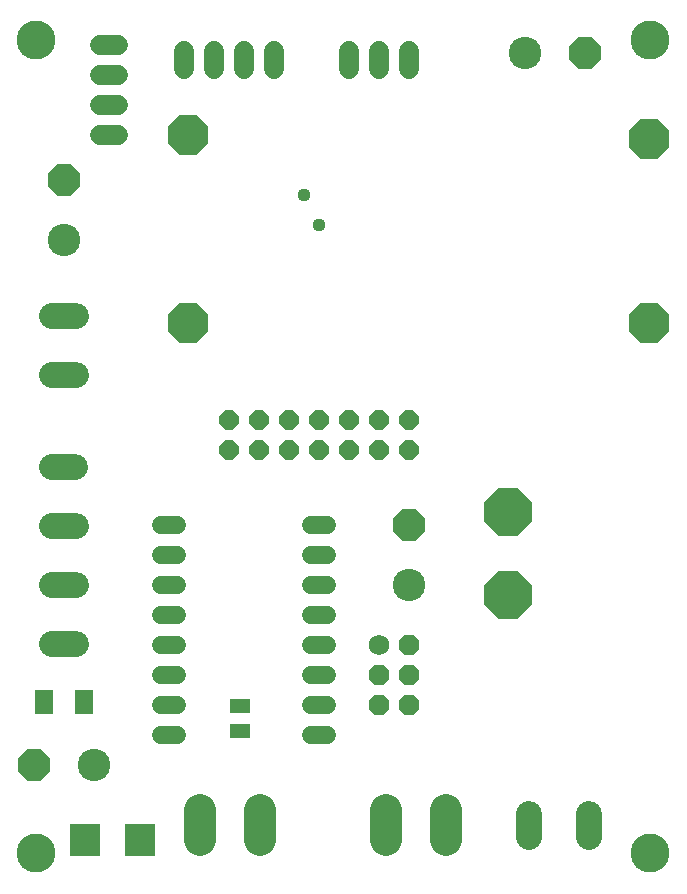
<source format=gbs>
G75*
G70*
%OFA0B0*%
%FSLAX24Y24*%
%IPPOS*%
%LPD*%
%AMOC8*
5,1,8,0,0,1.08239X$1,22.5*
%
%ADD10C,0.1300*%
%ADD11C,0.0680*%
%ADD12C,0.0600*%
%ADD13C,0.0860*%
%ADD14C,0.0680*%
%ADD15OC8,0.0680*%
%ADD16R,0.1025X0.1104*%
%ADD17R,0.0631X0.0789*%
%ADD18OC8,0.0640*%
%ADD19C,0.1080*%
%ADD20R,0.0710X0.0491*%
%ADD21C,0.1080*%
%ADD22OC8,0.1080*%
%ADD23OC8,0.1330*%
%ADD24OC8,0.1580*%
%ADD25C,0.0437*%
D10*
X003036Y002771D03*
X023509Y002771D03*
X023509Y029866D03*
X003036Y029866D03*
D11*
X005161Y029697D02*
X005761Y029697D01*
X005761Y028697D02*
X005161Y028697D01*
X005161Y027697D02*
X005761Y027697D01*
X005761Y026697D02*
X005161Y026697D01*
X007961Y028897D02*
X007961Y029497D01*
X008961Y029497D02*
X008961Y028897D01*
X009961Y028897D02*
X009961Y029497D01*
X010961Y029497D02*
X010961Y028897D01*
X013461Y028897D02*
X013461Y029497D01*
X014461Y029497D02*
X014461Y028897D01*
X015461Y028897D02*
X015461Y029497D01*
D12*
X012721Y013697D02*
X012201Y013697D01*
X012201Y012697D02*
X012721Y012697D01*
X012721Y011697D02*
X012201Y011697D01*
X012201Y010697D02*
X012721Y010697D01*
X012721Y009697D02*
X012201Y009697D01*
X012201Y008697D02*
X012721Y008697D01*
X012721Y007697D02*
X012201Y007697D01*
X012201Y006697D02*
X012721Y006697D01*
X007721Y006697D02*
X007201Y006697D01*
X007201Y007697D02*
X007721Y007697D01*
X007721Y008697D02*
X007201Y008697D01*
X007201Y009697D02*
X007721Y009697D01*
X007721Y010697D02*
X007201Y010697D01*
X007201Y011697D02*
X007721Y011697D01*
X007721Y012697D02*
X007201Y012697D01*
X007201Y013697D02*
X007721Y013697D01*
D13*
X004350Y013687D02*
X003570Y013686D01*
X003566Y015646D02*
X004346Y015647D01*
X004351Y018717D02*
X003571Y018717D01*
X003571Y020687D02*
X004351Y020687D01*
X004353Y011707D02*
X003573Y011706D01*
X003577Y009746D02*
X004356Y009747D01*
X019481Y004087D02*
X019481Y003307D01*
X021451Y003307D02*
X021451Y004087D01*
D14*
X014461Y009697D03*
D15*
X014461Y008697D03*
X014461Y007697D03*
X015461Y007697D03*
X015461Y008697D03*
X015461Y009697D03*
D16*
X006492Y003197D03*
X004681Y003197D03*
D17*
X004631Y007822D03*
X003292Y007822D03*
D18*
X009461Y016197D03*
X009461Y017197D03*
X010461Y017197D03*
X010461Y016197D03*
X011461Y016197D03*
X011461Y017197D03*
X012461Y017197D03*
X012461Y016197D03*
X013461Y016197D03*
X013461Y017197D03*
X014461Y017197D03*
X014461Y016197D03*
X015461Y016197D03*
X015461Y017197D03*
D19*
X014686Y004197D02*
X014686Y003197D01*
X016686Y003197D02*
X016686Y004197D01*
X010486Y004197D02*
X010486Y003197D01*
X008486Y003197D02*
X008486Y004197D01*
D20*
X009836Y006847D03*
X009836Y007671D03*
D21*
X004961Y005697D03*
X015461Y011697D03*
X003961Y023197D03*
X019336Y029447D03*
D22*
X021336Y029447D03*
X015461Y013697D03*
X003961Y025197D03*
X002961Y005697D03*
D23*
X008086Y020447D03*
X008086Y026697D03*
X023461Y026572D03*
X023461Y020447D03*
D24*
X018774Y014134D03*
X018774Y011384D03*
D25*
X012461Y023697D03*
X011961Y024697D03*
M02*

</source>
